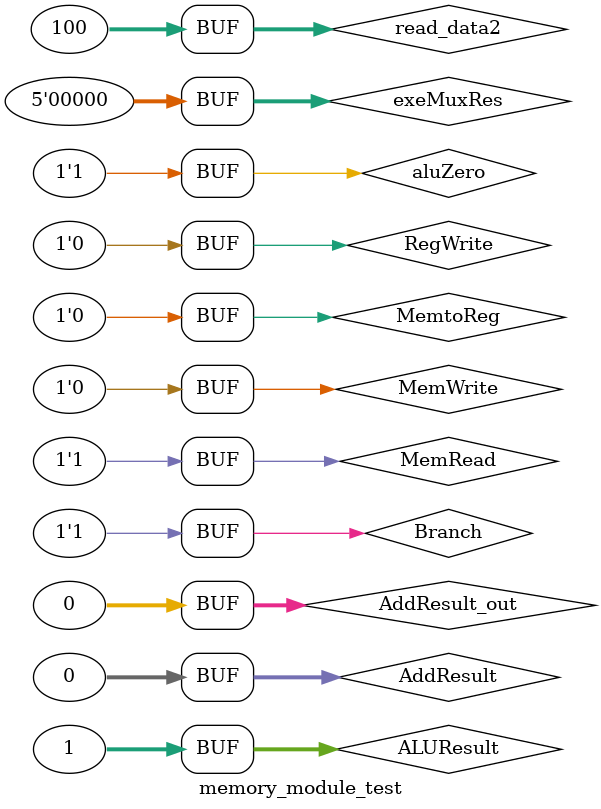
<source format=v>
`timescale 1ns / 1ps


module memory_module_test;

	// Inputs
	reg [31:0] AddResult;
	reg [31:0] ALUResult;
	reg [31:0] read_data2;
	reg [4:0] exeMuxRes;
	reg aluZero;
	reg MemtoReg;
	reg RegWrite;
	reg MemRead;
	reg MemWrite;
	reg Branch;
	reg [31:0] AddResult_out;

	// Outputs
	wire [4:0] exeMuxRes_out;
	wire [31:0] ReadData;
	wire RegWrite_out;
	wire MemtoReg_out;
	wire PCSrc_out;

	// Instantiate the Unit Under Test (UUT)
	memory_module uut (
		.AddResult(AddResult), 
		.ALUResult(ALUResult), 
		.read_data2(read_data2), 
		.exeMuxRes(exeMuxRes), 
		.aluZero(aluZero), 
		.MemtoReg(MemtoReg), 
		.RegWrite(RegWrite), 
		.MemRead(MemRead), 
		.MemWrite(MemWrite), 
		.Branch(Branch), 
		.exeMuxRes_out(exeMuxRes_out), 
		.ReadData(ReadData), 
		.AddResult_out(AddResult_out), 
		.RegWrite_out(RegWrite_out), 
		.MemtoReg_out(MemtoReg_out), 
		.PCSrc_out(PCSrc_out)
	);

	initial begin
		// Initialize Inputs
		AddResult = 0;
		ALUResult = 0;
		read_data2 = 100;
		exeMuxRes = 0;
		aluZero = 1;
		MemtoReg = 0;
		RegWrite = 0;
		MemRead = 0;
		MemWrite = 1;
		Branch = 1;
		AddResult_out = 0;

		// Wait 100 ns for global reset to finish
		#100;
		AddResult = 0;
		ALUResult = 1;
		read_data2 = 1111;
		exeMuxRes = 0;
		aluZero = 0;
		MemtoReg = 0;
		RegWrite = 0;
		MemRead = 0;
		MemWrite = 1;
		Branch = 1;
		AddResult_out = 0;
		
		#100;
		AddResult = 0;
		ALUResult = 0;
		read_data2 = 100;
		exeMuxRes = 0;
		aluZero = 0;
		MemtoReg = 0;
		RegWrite = 0;
		MemRead = 1;
		MemWrite = 0;
		Branch = 0;
		AddResult_out = 0;
		
		#100;
		AddResult = 0;
		ALUResult = 1;
		read_data2 = 100;
		exeMuxRes = 0;
		aluZero = 1;
		MemtoReg = 0;
		RegWrite = 0;
		MemRead = 1;
		MemWrite = 0;
		Branch = 1;
		AddResult_out = 0;
        
		// Add stimulus here

	end
      
endmodule


</source>
